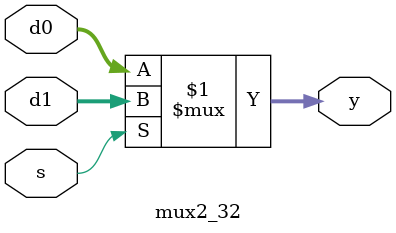
<source format=sv>
module mux2_32(
    input logic s,
    input logic [31:0] d0, d1,
    output logic [31:0] y);

    assign y = s ? d1 : d0;
endmodule

</source>
